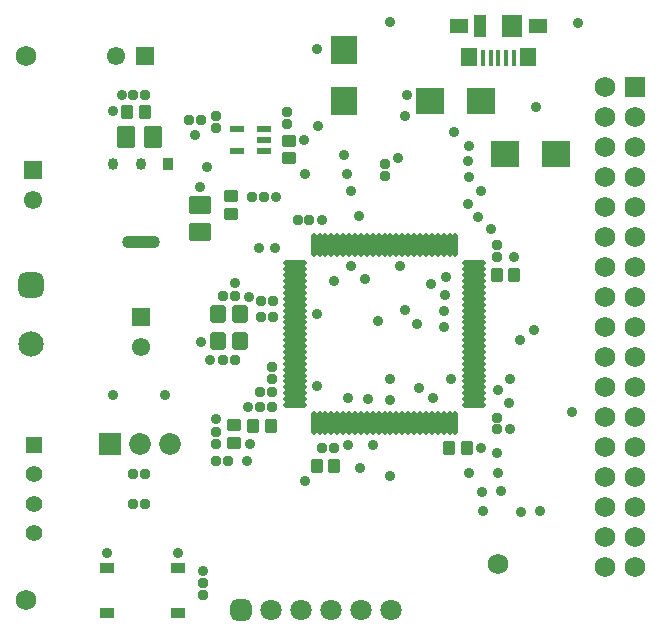
<source format=gbr>
%TF.GenerationSoftware,Altium Limited,Altium Designer,25.5.2 (35)*%
G04 Layer_Color=8388736*
%FSLAX45Y45*%
%MOMM*%
%TF.SameCoordinates,B6F2B0AA-6BD2-4F7B-97A5-C3F0DAB7D88F*%
%TF.FilePolarity,Negative*%
%TF.FileFunction,Soldermask,Top*%
%TF.Part,Single*%
G01*
G75*
%TA.AperFunction,SMDPad,CuDef*%
%ADD19R,0.87213X1.00429*%
%ADD23R,1.20000X0.60000*%
%TA.AperFunction,ConnectorPad*%
%ADD26R,0.45000X1.38000*%
%TA.AperFunction,SMDPad,CuDef*%
G04:AMPARAMS|DCode=27|XSize=1.00429mm|YSize=0.87213mm|CornerRadius=0.43606mm|HoleSize=0mm|Usage=FLASHONLY|Rotation=270.000|XOffset=0mm|YOffset=0mm|HoleType=Round|Shape=RoundedRectangle|*
%AMROUNDEDRECTD27*
21,1,1.00429,0.00000,0,0,270.0*
21,1,0.13216,0.87213,0,0,270.0*
1,1,0.87213,0.00000,-0.06608*
1,1,0.87213,0.00000,0.06608*
1,1,0.87213,0.00000,0.06608*
1,1,0.87213,0.00000,-0.06608*
%
%ADD27ROUNDEDRECTD27*%
G04:AMPARAMS|DCode=28|XSize=1.00429mm|YSize=3.18213mm|CornerRadius=0.43687mm|HoleSize=0mm|Usage=FLASHONLY|Rotation=270.000|XOffset=0mm|YOffset=0mm|HoleType=Round|Shape=RoundedRectangle|*
%AMROUNDEDRECTD28*
21,1,1.00429,2.30840,0,0,270.0*
21,1,0.13056,3.18213,0,0,270.0*
1,1,0.87373,-1.15420,-0.06528*
1,1,0.87373,-1.15420,0.06528*
1,1,0.87373,1.15420,0.06528*
1,1,0.87373,1.15420,-0.06528*
%
%ADD28ROUNDEDRECTD28*%
%TA.AperFunction,ConnectorPad*%
%ADD29R,1.42500X1.55000*%
%ADD30R,1.00000X1.90000*%
%ADD31R,1.80000X1.90000*%
%ADD32R,1.65000X1.30000*%
%TA.AperFunction,ComponentPad*%
%ADD37C,1.85000*%
%ADD39C,1.55000*%
%ADD40R,1.55000X1.55000*%
%ADD43C,1.40000*%
%ADD44R,1.40000X1.40000*%
%ADD45R,1.55000X1.55000*%
%ADD46R,1.85000X1.85000*%
%TA.AperFunction,SMDPad,CuDef*%
%ADD53O,0.50320X2.00320*%
%ADD54O,2.00320X0.50320*%
G04:AMPARAMS|DCode=55|XSize=1.5032mm|YSize=1.3032mm|CornerRadius=0.1566mm|HoleSize=0mm|Usage=FLASHONLY|Rotation=270.000|XOffset=0mm|YOffset=0mm|HoleType=Round|Shape=RoundedRectangle|*
%AMROUNDEDRECTD55*
21,1,1.50320,0.99000,0,0,270.0*
21,1,1.19000,1.30320,0,0,270.0*
1,1,0.31320,-0.49500,-0.59500*
1,1,0.31320,-0.49500,0.59500*
1,1,0.31320,0.49500,0.59500*
1,1,0.31320,0.49500,-0.59500*
%
%ADD55ROUNDEDRECTD55*%
G04:AMPARAMS|DCode=56|XSize=0.8032mm|YSize=0.9032mm|CornerRadius=0.1766mm|HoleSize=0mm|Usage=FLASHONLY|Rotation=180.000|XOffset=0mm|YOffset=0mm|HoleType=Round|Shape=RoundedRectangle|*
%AMROUNDEDRECTD56*
21,1,0.80320,0.55000,0,0,180.0*
21,1,0.45000,0.90320,0,0,180.0*
1,1,0.35320,-0.22500,0.27500*
1,1,0.35320,0.22500,0.27500*
1,1,0.35320,0.22500,-0.27500*
1,1,0.35320,-0.22500,-0.27500*
%
%ADD56ROUNDEDRECTD56*%
%ADD57R,1.20320X0.95320*%
G04:AMPARAMS|DCode=58|XSize=0.8032mm|YSize=0.9032mm|CornerRadius=0.1766mm|HoleSize=0mm|Usage=FLASHONLY|Rotation=270.000|XOffset=0mm|YOffset=0mm|HoleType=Round|Shape=RoundedRectangle|*
%AMROUNDEDRECTD58*
21,1,0.80320,0.55000,0,0,270.0*
21,1,0.45000,0.90320,0,0,270.0*
1,1,0.35320,-0.27500,-0.22500*
1,1,0.35320,-0.27500,0.22500*
1,1,0.35320,0.27500,0.22500*
1,1,0.35320,0.27500,-0.22500*
%
%ADD58ROUNDEDRECTD58*%
G04:AMPARAMS|DCode=59|XSize=1.0032mm|YSize=1.2032mm|CornerRadius=0.2016mm|HoleSize=0mm|Usage=FLASHONLY|Rotation=90.000|XOffset=0mm|YOffset=0mm|HoleType=Round|Shape=RoundedRectangle|*
%AMROUNDEDRECTD59*
21,1,1.00320,0.80000,0,0,90.0*
21,1,0.60000,1.20320,0,0,90.0*
1,1,0.40320,0.40000,0.30000*
1,1,0.40320,0.40000,-0.30000*
1,1,0.40320,-0.40000,-0.30000*
1,1,0.40320,-0.40000,0.30000*
%
%ADD59ROUNDEDRECTD59*%
G04:AMPARAMS|DCode=60|XSize=1.0032mm|YSize=1.2032mm|CornerRadius=0.2016mm|HoleSize=0mm|Usage=FLASHONLY|Rotation=0.000|XOffset=0mm|YOffset=0mm|HoleType=Round|Shape=RoundedRectangle|*
%AMROUNDEDRECTD60*
21,1,1.00320,0.80000,0,0,0.0*
21,1,0.60000,1.20320,0,0,0.0*
1,1,0.40320,0.30000,-0.40000*
1,1,0.40320,-0.30000,-0.40000*
1,1,0.40320,-0.30000,0.40000*
1,1,0.40320,0.30000,0.40000*
%
%ADD60ROUNDEDRECTD60*%
G04:AMPARAMS|DCode=61|XSize=1.6032mm|YSize=1.9032mm|CornerRadius=0.2766mm|HoleSize=0mm|Usage=FLASHONLY|Rotation=180.000|XOffset=0mm|YOffset=0mm|HoleType=Round|Shape=RoundedRectangle|*
%AMROUNDEDRECTD61*
21,1,1.60320,1.35000,0,0,180.0*
21,1,1.05000,1.90320,0,0,180.0*
1,1,0.55320,-0.52500,0.67500*
1,1,0.55320,0.52500,0.67500*
1,1,0.55320,0.52500,-0.67500*
1,1,0.55320,-0.52500,-0.67500*
%
%ADD61ROUNDEDRECTD61*%
G04:AMPARAMS|DCode=62|XSize=1.6032mm|YSize=1.9032mm|CornerRadius=0.2766mm|HoleSize=0mm|Usage=FLASHONLY|Rotation=270.000|XOffset=0mm|YOffset=0mm|HoleType=Round|Shape=RoundedRectangle|*
%AMROUNDEDRECTD62*
21,1,1.60320,1.35000,0,0,270.0*
21,1,1.05000,1.90320,0,0,270.0*
1,1,0.55320,-0.67500,-0.52500*
1,1,0.55320,-0.67500,0.52500*
1,1,0.55320,0.67500,0.52500*
1,1,0.55320,0.67500,-0.52500*
%
%ADD62ROUNDEDRECTD62*%
%ADD63R,2.32320X2.48320*%
%ADD64R,2.48320X2.32320*%
%TA.AperFunction,ComponentPad*%
%ADD65C,1.80320*%
%TA.AperFunction,ViaPad*%
%ADD66C,1.72720*%
%TA.AperFunction,ComponentPad*%
G04:AMPARAMS|DCode=67|XSize=2.1532mm|YSize=2.1532mm|CornerRadius=0.5891mm|HoleSize=0mm|Usage=FLASHONLY|Rotation=270.000|XOffset=0mm|YOffset=0mm|HoleType=Round|Shape=RoundedRectangle|*
%AMROUNDEDRECTD67*
21,1,2.15320,0.97500,0,0,270.0*
21,1,0.97500,2.15320,0,0,270.0*
1,1,1.17820,-0.48750,-0.48750*
1,1,1.17820,-0.48750,0.48750*
1,1,1.17820,0.48750,0.48750*
1,1,1.17820,0.48750,-0.48750*
%
%ADD67ROUNDEDRECTD67*%
%ADD68C,1.75320*%
%ADD69R,1.75320X1.75320*%
G04:AMPARAMS|DCode=70|XSize=1.8032mm|YSize=1.8032mm|CornerRadius=0.5016mm|HoleSize=0mm|Usage=FLASHONLY|Rotation=0.000|XOffset=0mm|YOffset=0mm|HoleType=Round|Shape=RoundedRectangle|*
%AMROUNDEDRECTD70*
21,1,1.80320,0.80000,0,0,0.0*
21,1,0.80000,1.80320,0,0,0.0*
1,1,1.00320,0.40000,-0.40000*
1,1,1.00320,-0.40000,-0.40000*
1,1,1.00320,-0.40000,0.40000*
1,1,1.00320,0.40000,0.40000*
%
%ADD70ROUNDEDRECTD70*%
%ADD71C,2.15320*%
%TA.AperFunction,ViaPad*%
%ADD72C,0.90320*%
D19*
X7499000Y9489500D02*
D03*
D23*
X8315000Y9690000D02*
D03*
Y9595000D02*
D03*
Y9785000D02*
D03*
X8085000Y9595000D02*
D03*
Y9785000D02*
D03*
D26*
X10170000Y10389000D02*
D03*
X10365000D02*
D03*
X10300000D02*
D03*
X10430000D02*
D03*
X10235000D02*
D03*
D27*
X7270000Y9489500D02*
D03*
X7041000D02*
D03*
D28*
X7270000Y8830500D02*
D03*
D29*
X10051250Y10397500D02*
D03*
X10548750D02*
D03*
D30*
X10145000Y10655000D02*
D03*
D31*
X10415000D02*
D03*
D32*
X9962500D02*
D03*
X10637500D02*
D03*
D37*
X7520000Y7120000D02*
D03*
X7266000D02*
D03*
D39*
X7060000Y10400000D02*
D03*
X7270000Y7940000D02*
D03*
X6362500Y9185000D02*
D03*
D40*
X7270000Y8190000D02*
D03*
X6362500Y9435000D02*
D03*
D43*
X6370000Y6360000D02*
D03*
Y6610000D02*
D03*
Y6860000D02*
D03*
D44*
Y7110000D02*
D03*
D45*
X7310000Y10400000D02*
D03*
D46*
X7012000Y7120000D02*
D03*
D53*
X8836100Y8801100D02*
D03*
X8886100D02*
D03*
X8936100D02*
D03*
X9036100D02*
D03*
X9086100D02*
D03*
X9136100D02*
D03*
X9186100D02*
D03*
X9236100D02*
D03*
X9286100D02*
D03*
X9336100D02*
D03*
X9386100D02*
D03*
X9436100D02*
D03*
X9486100D02*
D03*
X9536100D02*
D03*
X9586100D02*
D03*
X9636100D02*
D03*
X9686100D02*
D03*
X9736100D02*
D03*
X9786100D02*
D03*
X9836100D02*
D03*
X9886100D02*
D03*
X9936100D02*
D03*
X9886100Y7291100D02*
D03*
X9836100D02*
D03*
X9786100D02*
D03*
X9736100D02*
D03*
X9686100D02*
D03*
X9636100D02*
D03*
X9586100D02*
D03*
X9536100D02*
D03*
X9486100D02*
D03*
X9436100D02*
D03*
X9386100D02*
D03*
X9336100D02*
D03*
X9286100D02*
D03*
X9236100D02*
D03*
X9186100D02*
D03*
X9136100D02*
D03*
X9086100D02*
D03*
X9036100D02*
D03*
X8986100D02*
D03*
X8936100D02*
D03*
X8886100D02*
D03*
X8736100D02*
D03*
X8836100D02*
D03*
X9936100D02*
D03*
X8736100Y8801100D02*
D03*
X8986100D02*
D03*
X8786100Y7291100D02*
D03*
Y8801100D02*
D03*
D54*
X10091100Y8546100D02*
D03*
Y8496100D02*
D03*
Y8446100D02*
D03*
Y8396100D02*
D03*
Y8346100D02*
D03*
Y8246100D02*
D03*
Y8196100D02*
D03*
Y8146100D02*
D03*
Y8096100D02*
D03*
Y8046100D02*
D03*
Y7996100D02*
D03*
Y7946100D02*
D03*
Y7896100D02*
D03*
Y7846100D02*
D03*
Y7796100D02*
D03*
Y7746100D02*
D03*
Y7696100D02*
D03*
Y7646100D02*
D03*
Y7596100D02*
D03*
Y7546100D02*
D03*
Y7496100D02*
D03*
Y7446100D02*
D03*
X8581100D02*
D03*
Y7496100D02*
D03*
Y7546100D02*
D03*
Y7596100D02*
D03*
Y7646100D02*
D03*
Y7796100D02*
D03*
Y7846100D02*
D03*
Y7896100D02*
D03*
Y7946100D02*
D03*
Y7996100D02*
D03*
Y8046100D02*
D03*
Y8246100D02*
D03*
Y8296100D02*
D03*
Y8346100D02*
D03*
Y8446100D02*
D03*
Y8496100D02*
D03*
Y8546100D02*
D03*
Y8596100D02*
D03*
Y8646100D02*
D03*
X10091100Y8296100D02*
D03*
X8581100Y8396100D02*
D03*
Y8146100D02*
D03*
Y7746100D02*
D03*
X10091100Y8646100D02*
D03*
X8581100Y8096100D02*
D03*
Y7696100D02*
D03*
Y8196100D02*
D03*
X10091100Y8596100D02*
D03*
D55*
X7925000Y8215000D02*
D03*
Y7985000D02*
D03*
X8115000Y8215000D02*
D03*
Y7985000D02*
D03*
D56*
X7970000Y8370000D02*
D03*
X8280000Y7430000D02*
D03*
Y7560000D02*
D03*
X7970000Y7830000D02*
D03*
X8290000Y8190000D02*
D03*
X7210000Y10070000D02*
D03*
X8290000Y8330000D02*
D03*
X8315000Y9210000D02*
D03*
X8810000Y7080000D02*
D03*
X8700000Y9010000D02*
D03*
X8070000Y8370000D02*
D03*
X8390000Y8190000D02*
D03*
Y8330000D02*
D03*
X8910000Y7080000D02*
D03*
X8600000Y9010000D02*
D03*
X7310000Y6860000D02*
D03*
X7210000D02*
D03*
Y6610000D02*
D03*
X8380000Y7560000D02*
D03*
X7910000Y6970000D02*
D03*
X8010000D02*
D03*
X8070000Y7830000D02*
D03*
X7310000Y6610000D02*
D03*
X7680000Y9860000D02*
D03*
X8380000Y7430000D02*
D03*
X7310000Y10070000D02*
D03*
X7780000Y9860000D02*
D03*
X8215000Y9210000D02*
D03*
D57*
X7590000Y5690000D02*
D03*
X6990000D02*
D03*
X7590000Y6065000D02*
D03*
X6990000D02*
D03*
D58*
X7800000Y5840000D02*
D03*
Y5940000D02*
D03*
X7910000Y7220000D02*
D03*
X8380000Y7670000D02*
D03*
X10290000Y7240000D02*
D03*
Y8700000D02*
D03*
X9340000Y9490000D02*
D03*
X8380000Y7770000D02*
D03*
X7910000Y9890000D02*
D03*
X8510000Y9930000D02*
D03*
X10290000Y8800000D02*
D03*
Y7340000D02*
D03*
X7910000Y7120000D02*
D03*
X9340000Y9390000D02*
D03*
X8510000Y9830000D02*
D03*
X7910000Y9790000D02*
D03*
D59*
X8060000Y7125000D02*
D03*
X8530000Y9685000D02*
D03*
X8060000Y7275000D02*
D03*
X8040000Y9065000D02*
D03*
X8530000Y9535000D02*
D03*
X8040000Y9215000D02*
D03*
D60*
X7155000Y9930000D02*
D03*
X8760000Y6930000D02*
D03*
X10035000Y7080000D02*
D03*
X10435000Y8550000D02*
D03*
X8225000Y7270000D02*
D03*
X8910000Y6930000D02*
D03*
X10285000Y8550000D02*
D03*
X8375000Y7270000D02*
D03*
X9885000Y7080000D02*
D03*
X7305000Y9930000D02*
D03*
D61*
X7374300Y9720000D02*
D03*
X7145700D02*
D03*
D62*
X7770000Y9144300D02*
D03*
Y8915700D02*
D03*
D63*
X8990000Y10456500D02*
D03*
Y10023500D02*
D03*
D64*
X10786500Y9570000D02*
D03*
X9723500Y10020000D02*
D03*
X10353500Y9570000D02*
D03*
X10156500Y10020000D02*
D03*
D65*
X8886000Y5710000D02*
D03*
X8378000D02*
D03*
X9394000D02*
D03*
X8632000D02*
D03*
X9140000D02*
D03*
D66*
X6300000Y10400000D02*
D03*
Y5800000D02*
D03*
X10300000Y6100000D02*
D03*
D67*
X6344998Y8460000D02*
D03*
D68*
X11460000Y9122000D02*
D03*
X11206000D02*
D03*
Y10138000D02*
D03*
Y8106000D02*
D03*
Y7344000D02*
D03*
Y7852000D02*
D03*
X11460000Y8106000D02*
D03*
Y7344000D02*
D03*
X11206000Y6582000D02*
D03*
X11460000Y8360000D02*
D03*
Y7852000D02*
D03*
X11206000Y6074000D02*
D03*
X11460000D02*
D03*
Y8868000D02*
D03*
Y7598000D02*
D03*
Y6328000D02*
D03*
X11206000D02*
D03*
Y7598000D02*
D03*
Y8868000D02*
D03*
X11460000Y6836000D02*
D03*
Y8614000D02*
D03*
Y9884000D02*
D03*
Y9376000D02*
D03*
X11206000Y9884000D02*
D03*
X11460000Y9630000D02*
D03*
X11206000Y6836000D02*
D03*
X11460000Y7090000D02*
D03*
X11206000Y9376000D02*
D03*
X11460000Y6582000D02*
D03*
X11206000Y7090000D02*
D03*
Y8360000D02*
D03*
Y9630000D02*
D03*
Y8614000D02*
D03*
D69*
X11460000Y10138000D02*
D03*
D70*
X8124000Y5710000D02*
D03*
D71*
X6344998Y7960001D02*
D03*
D72*
X10150000Y7080000D02*
D03*
X8070000Y8480000D02*
D03*
X10400000Y7240000D02*
D03*
X9610000Y8130000D02*
D03*
X9850000Y8380000D02*
D03*
X9240000Y7110000D02*
D03*
X9200000Y7500000D02*
D03*
X7480000Y7530000D02*
D03*
X7040000D02*
D03*
X6990000Y6190000D02*
D03*
X7590000D02*
D03*
X7800000Y6040000D02*
D03*
X7780000Y7980000D02*
D03*
X7860000Y7830000D02*
D03*
X8180000Y7430000D02*
D03*
X8200000Y7120000D02*
D03*
X7770000Y9290000D02*
D03*
X7040000Y9940000D02*
D03*
X7110000Y10070000D02*
D03*
X8190000Y8360000D02*
D03*
X8415000Y9210000D02*
D03*
X8766100Y7610000D02*
D03*
X8760000Y8220000D02*
D03*
X10430000Y8700000D02*
D03*
X8810000Y9010000D02*
D03*
X8650000Y9690000D02*
D03*
X8760000Y10460000D02*
D03*
X9450000Y9540000D02*
D03*
X9530000Y10070000D02*
D03*
X10620000Y9970000D02*
D03*
X8663827Y6803827D02*
D03*
X7910000Y7330000D02*
D03*
X9380000Y10690000D02*
D03*
X10970000Y10680000D02*
D03*
X9860000Y8530000D02*
D03*
X9170000Y8510000D02*
D03*
X10920000Y7390000D02*
D03*
X9510000Y8250000D02*
D03*
X9730000Y8470000D02*
D03*
X9030000Y7510000D02*
D03*
Y7110000D02*
D03*
X9840000Y8110000D02*
D03*
X9020000Y9400000D02*
D03*
X9920000Y9760000D02*
D03*
X8410000Y8780000D02*
D03*
X9630000Y7590000D02*
D03*
X10300000Y7570000D02*
D03*
X10150000Y9260000D02*
D03*
X10240000Y8940000D02*
D03*
X10490000Y6540000D02*
D03*
X10480000Y8000000D02*
D03*
X10050000Y9380000D02*
D03*
X10170000Y6550000D02*
D03*
X10320000Y6720000D02*
D03*
X10130000Y9040000D02*
D03*
X9050000Y8620000D02*
D03*
X9120000Y9050000D02*
D03*
X10040000Y9510000D02*
D03*
X10600000Y8080000D02*
D03*
X10650000Y6550000D02*
D03*
X9750000Y7510000D02*
D03*
X10390000Y7460000D02*
D03*
X10050000Y6870000D02*
D03*
X10290000Y7040000D02*
D03*
X9380000Y7490000D02*
D03*
Y7670000D02*
D03*
Y6850000D02*
D03*
X9280000Y8160000D02*
D03*
X8270000Y8780000D02*
D03*
X8990000Y9560000D02*
D03*
X9510000Y9890000D02*
D03*
X9840000Y8240000D02*
D03*
X9900000Y7670000D02*
D03*
X10400000D02*
D03*
X8910000Y8500000D02*
D03*
X9050000Y9260000D02*
D03*
X10050000Y9640000D02*
D03*
X9470000Y8620000D02*
D03*
X10160000Y6710000D02*
D03*
X10300000Y6870000D02*
D03*
X10040000Y9150000D02*
D03*
X8170000Y6970000D02*
D03*
X9130000Y6910000D02*
D03*
X8770000Y9810000D02*
D03*
X7730000Y9730000D02*
D03*
X7830000Y9460000D02*
D03*
X8660000Y9400000D02*
D03*
%TF.MD5,513fd5eb5fb46f0b0be45d4367b0e156*%
M02*

</source>
